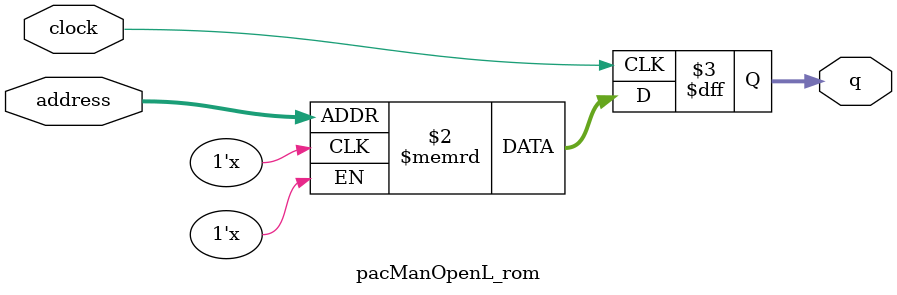
<source format=sv>
module pacManOpenL_rom (
	input logic clock,
	input logic [7:0] address,
	output logic [1:0] q
);

logic [1:0] memory [0:255] /* synthesis ram_init_file = "./pacManOpenL/pacManOpenL.mif" */;

always_ff @ (posedge clock) begin
	q <= memory[address];
end

endmodule

</source>
